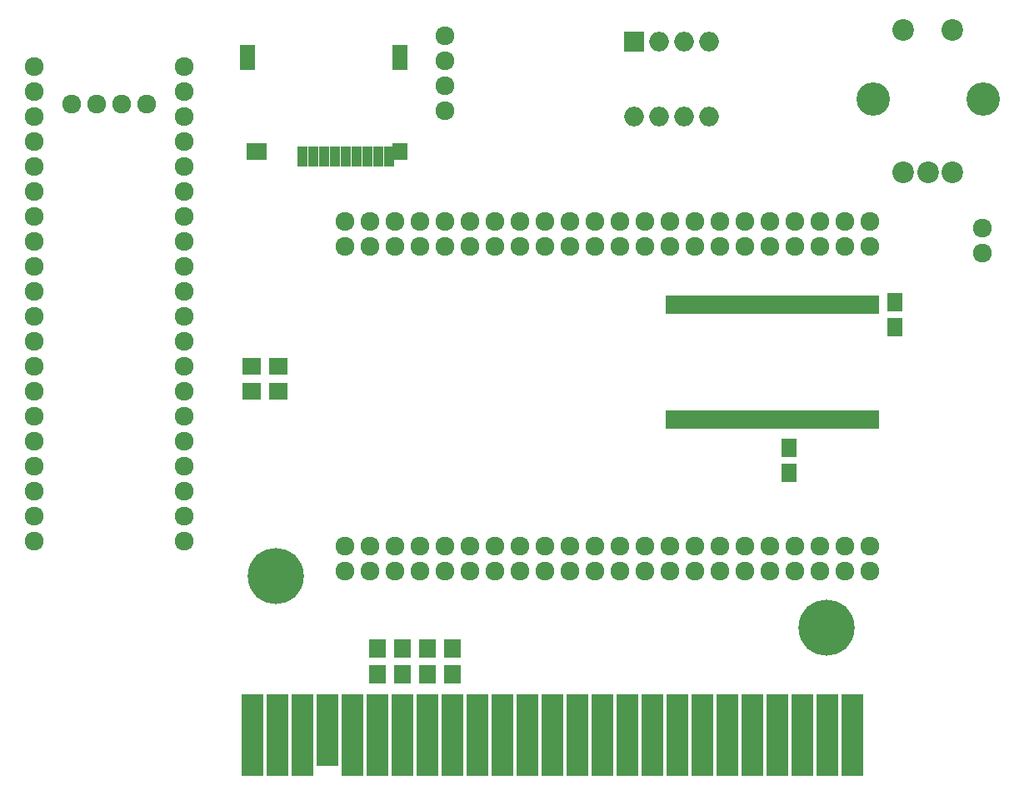
<source format=gbr>
G04 #@! TF.FileFunction,Soldermask,Top*
%FSLAX46Y46*%
G04 Gerber Fmt 4.6, Leading zero omitted, Abs format (unit mm)*
G04 Created by KiCad (PCBNEW 4.0.4-stable) date 01/08/17 23:41:58*
%MOMM*%
%LPD*%
G01*
G04 APERTURE LIST*
%ADD10C,0.100000*%
%ADD11C,1.924000*%
%ADD12C,5.700000*%
%ADD13R,2.200000X8.400000*%
%ADD14R,2.200000X7.400000*%
%ADD15R,1.600000X2.600000*%
%ADD16R,2.000000X1.800000*%
%ADD17R,1.600000X1.800000*%
%ADD18R,1.100000X2.000000*%
%ADD19R,1.700000X1.900000*%
%ADD20C,2.200000*%
%ADD21C,3.400000*%
%ADD22R,0.885000X1.910000*%
%ADD23R,0.858000X1.910000*%
%ADD24R,1.650000X1.900000*%
%ADD25R,1.900000X1.700000*%
%ADD26R,2.000000X2.000000*%
%ADD27O,2.000000X2.000000*%
G04 APERTURE END LIST*
D10*
D11*
X136398000Y-37465000D03*
X136398000Y-40005000D03*
X136398000Y-42545000D03*
X136398000Y-45085000D03*
D12*
X175173640Y-97627440D03*
D13*
X177789840Y-108557440D03*
X175249840Y-108557440D03*
X172709840Y-108557440D03*
X170169840Y-108557440D03*
X167629840Y-108557440D03*
X165089840Y-108557440D03*
X162549840Y-108557440D03*
X160009840Y-108557440D03*
X157469840Y-108557440D03*
X154929840Y-108557440D03*
X152389840Y-108557440D03*
X149849840Y-108557440D03*
X147309840Y-108557440D03*
X144769840Y-108557440D03*
X142229840Y-108557440D03*
X139689840Y-108557440D03*
X137149840Y-108557440D03*
X134609840Y-108557440D03*
X132069840Y-108557440D03*
X129529840Y-108557440D03*
X126989840Y-108557440D03*
D14*
X124444760Y-108064680D03*
D13*
X121909840Y-108557440D03*
X119369840Y-108557440D03*
X116829840Y-108557440D03*
D12*
X119174260Y-92425520D03*
D11*
X126238000Y-91948000D03*
X126238000Y-89408000D03*
X128778000Y-91948000D03*
X128778000Y-89408000D03*
X131318000Y-91948000D03*
X131318000Y-89408000D03*
X133858000Y-91948000D03*
X133858000Y-89408000D03*
X136398000Y-91948000D03*
X136398000Y-89408000D03*
X138938000Y-91948000D03*
X138938000Y-89408000D03*
X141478000Y-91948000D03*
X141478000Y-89408000D03*
X144018000Y-91948000D03*
X144018000Y-89408000D03*
X146558000Y-91948000D03*
X146558000Y-89408000D03*
X149098000Y-91948000D03*
X149098000Y-89408000D03*
X151638000Y-91948000D03*
X151638000Y-89408000D03*
X154178000Y-91948000D03*
X154178000Y-89408000D03*
X156718000Y-91948000D03*
X156718000Y-89408000D03*
X159258000Y-91948000D03*
X159258000Y-89408000D03*
X161798000Y-91948000D03*
X161798000Y-89408000D03*
X164338000Y-91948000D03*
X164338000Y-89408000D03*
X166878000Y-91948000D03*
X166878000Y-89408000D03*
X169418000Y-91948000D03*
X169418000Y-89408000D03*
X171958000Y-91948000D03*
X171958000Y-89408000D03*
X174498000Y-91948000D03*
X174498000Y-89408000D03*
X177038000Y-91948000D03*
X177038000Y-89408000D03*
X179578000Y-91948000D03*
X179578000Y-89408000D03*
X179578000Y-56388000D03*
X179578000Y-58928000D03*
X177038000Y-56388000D03*
X177038000Y-58928000D03*
X174498000Y-56388000D03*
X174498000Y-58928000D03*
X171958000Y-56388000D03*
X171958000Y-58928000D03*
X169418000Y-56388000D03*
X169418000Y-58928000D03*
X166878000Y-56388000D03*
X166878000Y-58928000D03*
X164338000Y-56388000D03*
X164338000Y-58928000D03*
X161798000Y-56388000D03*
X161798000Y-58928000D03*
X159258000Y-56388000D03*
X159258000Y-58928000D03*
X156718000Y-56388000D03*
X156718000Y-58928000D03*
X154178000Y-56388000D03*
X154178000Y-58928000D03*
X151638000Y-56388000D03*
X151638000Y-58928000D03*
X149098000Y-56388000D03*
X149098000Y-58928000D03*
X146558000Y-56388000D03*
X146558000Y-58928000D03*
X144018000Y-56388000D03*
X144018000Y-58928000D03*
X141478000Y-56388000D03*
X141478000Y-58928000D03*
X138938000Y-56388000D03*
X138938000Y-58928000D03*
X136398000Y-56388000D03*
X136398000Y-58928000D03*
X133858000Y-56388000D03*
X133858000Y-58928000D03*
X131318000Y-56388000D03*
X131318000Y-58928000D03*
X128778000Y-56388000D03*
X128778000Y-58928000D03*
X126238000Y-56388000D03*
X126238000Y-58928000D03*
X191008000Y-57023000D03*
X191008000Y-59563000D03*
X109855000Y-88900000D03*
X109855000Y-86360000D03*
X109855000Y-83820000D03*
X109855000Y-81280000D03*
X109855000Y-78740000D03*
X109855000Y-76200000D03*
X109855000Y-73660000D03*
X109855000Y-71120000D03*
X109855000Y-68580000D03*
X109855000Y-66040000D03*
X109855000Y-63500000D03*
X109855000Y-60960000D03*
X109855000Y-58420000D03*
X109855000Y-55880000D03*
X109855000Y-53340000D03*
X109855000Y-50800000D03*
X109855000Y-48260000D03*
X109855000Y-45720000D03*
X109855000Y-43180000D03*
X109855000Y-40640000D03*
X94615000Y-40640000D03*
X94615000Y-43180000D03*
X94615000Y-45720000D03*
X94615000Y-48260000D03*
X94615000Y-50800000D03*
X94615000Y-53340000D03*
X94615000Y-55880000D03*
X94615000Y-58420000D03*
X94615000Y-60960000D03*
X94615000Y-63500000D03*
X94615000Y-66040000D03*
X94615000Y-68580000D03*
X94615000Y-71120000D03*
X94615000Y-73660000D03*
X94615000Y-76200000D03*
X94615000Y-78740000D03*
X94615000Y-81280000D03*
X94615000Y-83820000D03*
X94615000Y-86360000D03*
X94615000Y-88900000D03*
X98425000Y-44450000D03*
X100965000Y-44450000D03*
X103505000Y-44450000D03*
X106045000Y-44450000D03*
D15*
X116329000Y-39643000D03*
X131829000Y-39643000D03*
D16*
X117229000Y-49243000D03*
D17*
X131829000Y-49243000D03*
D18*
X130679000Y-49743000D03*
X128479000Y-49743000D03*
X129579000Y-49743000D03*
X127379000Y-49743000D03*
X126279000Y-49743000D03*
X125179000Y-49743000D03*
X121879000Y-49743000D03*
X122979000Y-49743000D03*
X124079000Y-49743000D03*
D19*
X137160000Y-102442000D03*
X137160000Y-99742000D03*
X134620000Y-102442000D03*
X134620000Y-99742000D03*
X132080000Y-102442000D03*
X132080000Y-99742000D03*
X129540000Y-102442000D03*
X129540000Y-99742000D03*
D20*
X182970800Y-36865800D03*
X182970800Y-51365800D03*
X185470800Y-51365800D03*
X187970800Y-51365800D03*
X187970800Y-36865800D03*
D21*
X191070800Y-43865800D03*
X179870800Y-43865800D03*
D22*
X180072460Y-64845580D03*
X179272460Y-64845580D03*
X178472460Y-64845580D03*
X177672460Y-64845580D03*
X176872460Y-64845580D03*
X176072460Y-64845580D03*
X175272460Y-64845580D03*
X174472460Y-64845580D03*
X173672460Y-64845580D03*
X172872460Y-64845580D03*
X172072460Y-64845580D03*
X171272460Y-64845580D03*
X170472460Y-64845580D03*
X169672460Y-64845580D03*
X168872460Y-64845580D03*
X168072460Y-64845580D03*
X167272460Y-64845580D03*
X166472460Y-64845580D03*
X165672460Y-64845580D03*
X164872460Y-64845580D03*
X164072460Y-64845580D03*
X163272460Y-64845580D03*
X162472460Y-64845580D03*
X161672460Y-64845580D03*
X160872460Y-64845580D03*
X160072460Y-64845580D03*
X159272460Y-64845580D03*
X159272460Y-76515580D03*
X160072460Y-76515580D03*
X160872460Y-76515580D03*
X161672460Y-76515580D03*
X162472460Y-76515580D03*
X163272460Y-76515580D03*
X164072460Y-76515580D03*
X164872460Y-76515580D03*
X165672460Y-76515580D03*
X166472460Y-76515580D03*
X167272460Y-76515580D03*
X168072460Y-76515580D03*
X168872460Y-76515580D03*
X169672460Y-76515580D03*
X170472460Y-76515580D03*
X171272460Y-76515580D03*
X172072460Y-76515580D03*
X172872460Y-76515580D03*
X173672460Y-76515580D03*
X174472460Y-76515580D03*
X175272460Y-76515580D03*
X176072460Y-76515580D03*
X176872460Y-76515580D03*
X177672460Y-76515580D03*
X178472460Y-76515580D03*
X179272460Y-76515580D03*
D23*
X180072460Y-76515580D03*
D24*
X182143400Y-67061400D03*
X182143400Y-64561400D03*
X171323000Y-79395000D03*
X171323000Y-81895000D03*
D25*
X119460000Y-71120000D03*
X116760000Y-71120000D03*
X119460000Y-73660000D03*
X116760000Y-73660000D03*
D26*
X155575000Y-38100000D03*
D27*
X163195000Y-45720000D03*
X158115000Y-38100000D03*
X160655000Y-45720000D03*
X160655000Y-38100000D03*
X158115000Y-45720000D03*
X163195000Y-38100000D03*
X155575000Y-45720000D03*
M02*

</source>
